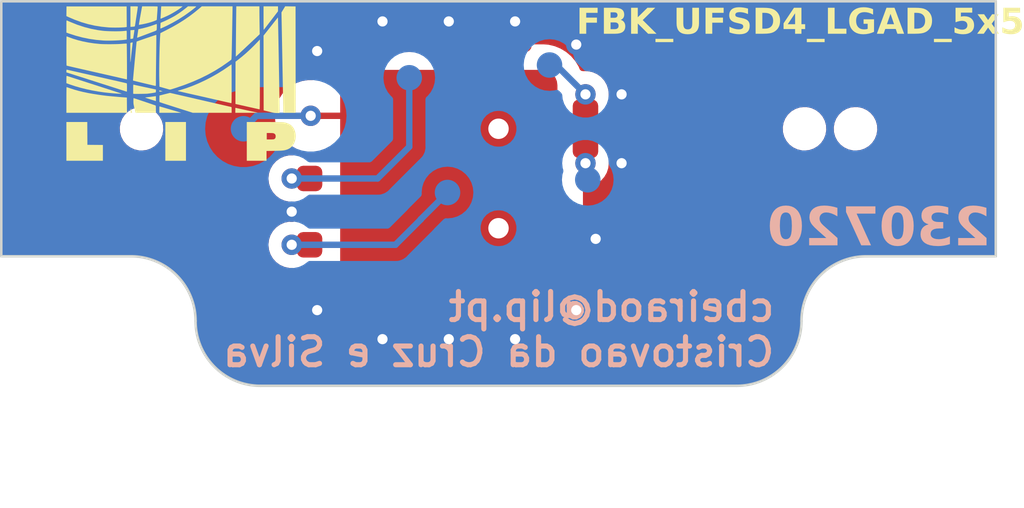
<source format=kicad_pcb>
(kicad_pcb (version 20221018) (generator pcbnew)
  (title_block (title "LGAD carrier board compatible with Chubut 2 for FBK UFSD4 5x5 devices") (date "2023-07-20") (company "LIP - Laboratorio de Instrumentacao e Fisica Experimental de Particulas") (comment 1 "Cristovao Beirao da Cruz e Silva") (comment 4 "AISLER Project ID: GYSKJKBD") (comment 5 "Cristovao Project ID: HQWHPOSR") (comment 6 "LIP Project ID: GYSKJKBD"))
  (layers (0 "F.Cu" signal) (31 "B.Cu" signal) (34 "B.Paste" user) (35 "F.Paste" user) (36 "B.SilkS" user "B.Silkscreen") (37 "F.SilkS" user "F.Silkscreen") (38 "B.Mask" user) (39 "F.Mask" user) (44 "Edge.Cuts" user))
  (property "board_name" "FBK_UFSD4_LGAD_5x5")
  (property "timestamp" "230720")
  (net 0 "")
  (net 1 "Net-(J7-Pin_1)")
  (net 2 "Net-(J10-Pin_1)")
  (net 3 "Net-(J11-Pin_1)")
  (net 4 "Net-(J12-Pin_1)")
  (net 5 "/HV")
  (net 6 "GND")
  (footprint "chubut:MILL-MAX_7625-0-00-15-00-00-03-0_alignment_hole" (layer "F.Cu") (at -14 0)
    (fp_text reference "H2" hide)
    (fp_text value "MountingHole")
    (pad "" np_thru_hole circle (at 0 0) (size 1.1 1.1) (drill 1.1) (layers "*.Cu"))
  )
  (footprint "chubut:FBK-UFSD4_5x5_Diagonal" (layer "F.Cu") (at 0 3.9)
    (fp_text reference "U1" hide)
    (fp_text value "LGAD_4CH_dual")
    (pad "" np_thru_hole circle (at 0 -3.9 90) (size 0.8 0.8) (drill 0.8) (layers "F&B.Cu"))
    (pad "" np_thru_hole circle (at 0 0 90) (size 0.8 0.8) (drill 0.8) (layers "F&B.Cu"))
    (pad "1" smd roundrect (at -1.95 -1.88) (size 8.52 8.66) (layers "F.Cu" "F.Mask") (roundrect_rratio 0.07042253521) (net 5 "/HV"))
    (pad "2" smd roundrect (at -1.95 -7.41) (size 6.5 1) (layers "F.Cu" "F.Mask") (net 6 "GND"))
    (pad "2" smd roundrect (at -1.95 3.65) (size 6.5 1) (layers "F.Cu" "F.Mask") (net 6 "GND"))
    (pad "3" smd roundrect (at -7.41 -1.95) (size 1 1) (layers "F.Cu" "F.Mask") (net 4 "Net-(J12-Pin_1)"))
    (pad "4" smd roundrect (at -7.41 0.65) (size 1 1) (layers "F.Cu" "F.Mask") (net 3 "Net-(J11-Pin_1)"))
    (pad "5" smd roundrect (at 3.41 -3.25) (size 1 1) (layers "F.Cu" "F.Mask") (net 2 "Net-(J10-Pin_1)"))
    (pad "6" smd roundrect (at 3.41 -4.55) (size 1 1) (layers "F.Cu" "F.Mask") (net 1 "Net-(J7-Pin_1)"))
  )
  (footprint "chubut:MILL-MAX_7625-0-00-15-00-00-03-0_alignment_hole" (layer "F.Cu") (at 14 0)
    (fp_text reference "H1" hide)
    (fp_text value "MountingHole")
    (pad "" np_thru_hole circle (at 0 0) (size 1.1 1.1) (drill 1.1) (layers "*.Cu"))
  )
  (footprint "chubut:MILL-MAX_7625-0-00-15-00-00-03-0_alignment_hole" (layer "F.Cu") (at 12 0)
    (fp_text reference "H5" hide)
    (fp_text value "MountingHole")
    (pad "" np_thru_hole circle (at 0 0) (size 1.1 1.1) (drill 1.1) (layers "*.Cu"))
  )
  (footprint "LOGO" (layer "F.Cu") (at -12.446 -1.778)
    (fp_text reference "G***" hide)
    (fp_text value "LOGO" hide)
    (fp_poly (pts (xy 0.189015 3.033239) (xy -0.621049 3.033239) (xy -0.621049 1.512119) (xy 0.189015 1.512119)) (fill solid) (layer "F.SilkS"))
    (fp_poly (pts (xy -3.679124 1.959904) (xy -3.67679 2.40769) (xy -3.373016 2.41006) (xy -3.069242 2.412429) (xy -3.069242 3.033239) (xy -4.500354 3.033239) (xy -4.500354 1.512119) (xy -3.681458 1.512119)) (fill solid) (layer "F.SilkS"))
    (fp_poly (pts (xy -1.970859 0.988623) (xy -1.96274 1.013611) (xy -1.952028 1.047292) (xy -1.945262 1.068834) (xy -1.919229 1.152091) (xy -1.980156 1.152091) (xy -1.979445 1.059833) (xy -1.978823 1.022714) (xy -1.977695 0.994517) (xy -1.976237 0.978533) (xy -1.975015 0.976577)) (fill solid) (layer "F.SilkS"))
    (fp_poly (pts (xy -0.795352 0.288369) (xy -0.757713 0.29971) (xy -0.736946 0.307567) (xy -0.732361 0.312419) (xy -0.74327 0.314744) (xy -0.75681 0.315124) (xy -0.787918 0.316787) (xy -0.820473 0.320664) (xy -0.821315 0.320802) (xy -0.843279 0.323522) (xy -0.852774 0.319518) (xy -0.855024 0.30539) (xy -0.855067 0.298836) (xy -0.855067 0.271292)) (fill solid) (layer "F.SilkS"))
    (fp_poly (pts (xy -1.833945 -2.096245) (xy -1.832049 -2.095776) (xy -1.832643 -2.086605) (xy -1.835618 -2.063042) (xy -1.840458 -2.028462) (xy -1.846642 -1.98624) (xy -1.853654 -1.93975) (xy -1.860974 -1.892367) (xy -1.868084 -1.847466) (xy -1.874465 -1.808421) (xy -1.8796 -1.778608) (xy -1.88297 -1.761399) (xy -1.883854 -1.758551) (xy -1.892989 -1.756639) (xy -1.914796 -1.753412) (xy -1.937403 -1.750469) (xy -1.989157 -1.744063) (xy -1.989157 -2.086035) (xy -1.912012 -2.092461) (xy -1.876912 -2.095023) (xy -1.84946 -2.096344)) (fill solid) (layer "F.SilkS"))
    (fp_poly (pts (xy -2.135326 -2.617151) (xy -2.132983 -2.214564) (xy -2.153327 -2.210018) (xy -2.186514 -2.204835) (xy -2.234861 -2.200343) (xy -2.295539 -2.196594) (xy -2.365715 -2.193642) (xy -2.442562 -2.19154) (xy -2.523248 -2.190341) (xy -2.604943 -2.1901) (xy -2.684818 -2.190869) (xy -2.760042 -2.192701) (xy -2.827785 -2.195649) (xy -2.848724 -2.196923) (xy -3.122026 -2.223381) (xy -3.390023 -2.266385) (xy -3.653898 -2.326238) (xy -3.914832 -2.403239) (xy -4.174008 -2.49769) (xy -4.385769 -2.588244) (xy -4.500701 -2.640647) (xy -4.498278 -2.830192) (xy -4.495854 -3.019738) (xy -2.137668 -3.019738)) (fill solid) (layer "F.SilkS"))
    (fp_poly (pts (xy -0.990078 0.595706) (xy -0.990272 0.635038) (xy -0.990796 0.666614) (xy -0.991567 0.686806) (xy -0.992328 0.692324) (xy -1.001164 0.689514) (xy -1.02477 0.682014) (xy -1.060758 0.670583) (xy -1.10674 0.655979) (xy -1.16033 0.63896) (xy -1.198976 0.626688) (xy -1.269805 0.604044) (xy -1.324696 0.586095) (xy -1.364945 0.572334) (xy -1.391846 0.562256) (xy -1.406697 0.555354) (xy -1.410793 0.551124) (xy -1.405428 0.549059) (xy -1.39886 0.548662) (xy -1.385128 0.547445) (xy -1.356403 0.544254) (xy -1.315547 0.53943) (xy -1.26542 0.533313) (xy -1.208881 0.526244) (xy -1.185844 0.523319) (xy -0.990078 0.498358)) (fill solid) (layer "F.SilkS"))
    (fp_poly (pts (xy 3.798299 -2.828782) (xy 3.736921 -2.748746) (xy 3.652023 -2.638047) (xy 3.577405 -2.540765) (xy 3.512396 -2.456028) (xy 3.456324 -2.382965) (xy 3.408518 -2.320705) (xy 3.368309 -2.268377) (xy 3.335024 -2.225108) (xy 3.307993 -2.190028) (xy 3.286545 -2.162266) (xy 3.270009 -2.14095) (xy 3.257715 -2.125209) (xy 3.248991 -2.114172) (xy 3.243166 -2.106967) (xy 3.23957 -2.102723) (xy 3.239026 -2.102115) (xy 3.237485 -2.109116) (xy 3.236055 -2.132597) (xy 3.234763 -2.171039) (xy 3.233634 -2.222921) (xy 3.232693 -2.286723) (xy 3.231968 -2.360925) (xy 3.231483 -2.444007) (xy 3.231264 -2.534449) (xy 3.231254 -2.558901) (xy 3.231254 -3.024238) (xy 3.798299 -3.024238)) (fill solid) (layer "F.SilkS"))
    (fp_poly (pts (xy -1.902753 -1.60873) (xy -1.902724 -1.599099) (xy -1.904693 -1.574077) (xy -1.908408 -1.536129) (xy -1.913616 -1.487725) (xy -1.920066 -1.431331) (xy -1.925573 -1.385224) (xy -1.934204 -1.31268) (xy -1.943079 -1.235375) (xy -1.951616 -1.158572) (xy -1.959233 -1.087535) (xy -1.965348 -1.027527) (xy -1.966791 -1.01258) (xy -1.973002 -0.948745) (xy -1.978284 -0.898652) (xy -1.982703 -0.862709) (xy -1.986326 -0.841321) (xy -1.98922 -0.834895) (xy -1.991452 -0.843837) (xy -1.993089 -0.868553) (xy -1.994198 -0.90945) (xy -1.994845 -0.966935) (xy -1.995098 -1.041413) (xy -1.995023 -1.133291) (xy -1.994891 -1.183294) (xy -1.993657 -1.588026) (xy -1.950142 -1.600315) (xy -1.924519 -1.606649) (xy -1.906978 -1.6093)) (fill solid) (layer "F.SilkS"))
    (fp_poly (pts (xy -1.796769 -3.023836) (xy -1.754512 -3.022725) (xy -1.722038 -3.021048) (xy -1.702478 -3.018949) (xy -1.698201 -3.017488) (xy -1.69856 -3.00725) (xy -1.701465 -2.981431) (xy -1.706612 -2.942223) (xy -1.713697 -2.891817) (xy -1.722417 -2.832407) (xy -1.732466 -2.766186) (xy -1.737815 -2.731715) (xy -1.749452 -2.656985) (xy -1.760945 -2.582686) (xy -1.771786 -2.512134) (xy -1.781468 -2.448642) (xy -1.789484 -2.395526) (xy -1.795327 -2.3561) (xy -1.79633 -2.349185) (xy -1.802917 -2.30748) (xy -1.809582 -2.272166) (xy -1.815512 -2.247171) (xy -1.819612 -2.236676) (xy -1.831861 -2.232186) (xy -1.857503 -2.227823) (xy -1.891937 -2.224285) (xy -1.908585 -2.223175) (xy -1.989183 -2.218675) (xy -1.98917 -2.621456) (xy -1.989157 -3.024238) (xy -1.845677 -3.024238)) (fill solid) (layer "F.SilkS"))
    (fp_poly (pts (xy -0.361214 -3.023872) (xy 0.058504 -3.023506) (xy 0.027002 -2.99634) (xy -0.016071 -2.96214) (xy -0.072241 -2.922037) (xy -0.138399 -2.877969) (xy -0.211436 -2.831874) (xy -0.288245 -2.785689) (xy -0.365718 -2.741351) (xy -0.440745 -2.700798) (xy -0.476842 -2.682309) (xy -0.515509 -2.663443) (xy -0.560632 -2.642249) (xy -0.609222 -2.620037) (xy -0.65829 -2.598119) (xy -0.704848 -2.577804) (xy -0.745906 -2.560403) (xy -0.778475 -2.547226) (xy -0.799568 -2.539584) (xy -0.805535 -2.5382) (xy -0.808018 -2.546382) (xy -0.808478 -2.567864) (xy -0.806822 -2.598047) (xy -0.806746 -2.598955) (xy -0.804194 -2.633457) (xy -0.80131 -2.679314) (xy -0.798493 -2.729893) (xy -0.796627 -2.767718) (xy -0.794065 -2.819488) (xy -0.791093 -2.873617) (xy -0.788138 -2.922588) (xy -0.786292 -2.949982) (xy -0.780933 -3.024238)) (fill solid) (layer "F.SilkS"))
    (fp_poly (pts (xy 2.139918 0.957499) (xy 2.151673 0.960295) (xy 2.179228 0.966502) (xy 2.220789 0.975725) (xy 2.274562 0.987572) (xy 2.338753 1.001647) (xy 2.411566 1.017555) (xy 2.491208 1.034904) (xy 2.574203 1.052932) (xy 2.658514 1.071254) (xy 2.737519 1.088482) (xy 2.809462 1.10423) (xy 2.872585 1.11811) (xy 2.925132 1.129735) (xy 2.965346 1.138717) (xy 2.991469 1.144668) (xy 3.001736 1.147199) (xy 2.994831 1.147896) (xy 2.971596 1.148574) (xy 2.933701 1.149218) (xy 2.882817 1.149811) (xy 2.820615 1.150337) (xy 2.748767 1.15078) (xy 2.668942 1.151124) (xy 2.582812 1.151353) (xy 2.567452 1.15138) (xy 2.124167 1.152091) (xy 2.124167 1.052476) (xy 2.124403 1.009009) (xy 2.125432 0.980635) (xy 2.127736 0.964449) (xy 2.131797 0.957546) (xy 2.138096 0.957021)) (fill solid) (layer "F.SilkS"))
    (fp_poly (pts (xy -0.839959 0.902494) (xy -0.815976 0.909139) (xy -0.78133 0.919071) (xy -0.739314 0.931355) (xy -0.726228 0.935221) (xy -0.688232 0.946423) (xy -0.636079 0.961721) (xy -0.572903 0.980202) (xy -0.501836 1.000951) (xy -0.426011 1.023051) (xy -0.348562 1.045589) (xy -0.306024 1.05795) (xy -0.235562 1.078477) (xy -0.170731 1.09748) (xy -0.113525 1.114366) (xy -0.065936 1.128541) (xy -0.029958 1.139413) (xy -0.007584 1.146387) (xy -0.00075 1.14881) (xy -0.008693 1.149467) (xy -0.032912 1.15008) (xy -0.071682 1.150635) (xy -0.123278 1.151121) (xy -0.185975 1.151522) (xy -0.258048 1.151826) (xy -0.337773 1.15202) (xy -0.423423 1.152091) (xy -0.855067 1.152091) (xy -0.855067 1.026081) (xy -0.854726 0.980793) (xy -0.853789 0.942726) (xy -0.852386 0.9151) (xy -0.850647 0.901135) (xy -0.849988 0.900071)) (fill solid) (layer "F.SilkS"))
    (fp_poly (pts (xy 3.069253 -2.859975) (xy 3.069403 -2.813868) (xy 3.069827 -2.752833) (xy 3.07049 -2.67994) (xy 3.071361 -2.598259) (xy 3.072405 -2.510861) (xy 3.073589 -2.420817) (xy 3.074881 -2.331196) (xy 3.075156 -2.313182) (xy 3.081048 -1.930652) (xy 2.632286 -1.507619) (xy 2.556302 -1.436033) (xy 2.483786 -1.367799) (xy 2.415862 -1.303967) (xy 2.353651 -1.245587) (xy 2.298276 -1.19371) (xy 2.250857 -1.149386) (xy 2.212519 -1.113667) (xy 2.184382 -1.087602) (xy 2.167568 -1.072242) (xy 2.163469 -1.068671) (xy 2.143414 -1.052756) (xy 2.147477 -1.604213) (xy 2.148371 -1.719917) (xy 2.149407 -1.844284) (xy 2.150551 -1.973641) (xy 2.151766 -2.104315) (xy 2.153017 -2.232635) (xy 2.15427 -2.354928) (xy 2.155489 -2.467521) (xy 2.156638 -2.566743) (xy 2.156922 -2.589954) (xy 2.162305 -3.024238) (xy 3.069242 -3.024238)) (fill solid) (layer "F.SilkS"))
    (fp_poly (pts (xy 4.486853 -3.019738) (xy 4.489122 -0.933823) (xy 4.491392 1.152091) (xy 4.005315 1.152091) (xy 4.00544 1.095836) (xy 4.00529 1.08011) (xy 4.00482 1.047488) (xy 4.004051 0.999071) (xy 4.003002 0.935961) (xy 4.001693 0.85926) (xy 4.000142 0.77007) (xy 3.998369 0.669492) (xy 3.996395 0.558629) (xy 3.994238 0.438582) (xy 3.991917 0.310453) (xy 3.989453 0.175344) (xy 3.986864 0.034356) (xy 3.984171 -0.111408) (xy 3.982981 -0.175514) (xy 3.979965 -0.337793) (xy 3.976851 -0.505326) (xy 3.973678 -0.676112) (xy 3.970482 -0.848146) (xy 3.9673 -1.019427) (xy 3.964169 -1.187951) (xy 3.961127 -1.351717) (xy 3.958212 -1.50872) (xy 3.955459 -1.656959) (xy 3.952906 -1.794431) (xy 3.950591 -1.919134) (xy 3.948551 -2.029063) (xy 3.947456 -2.088077) (xy 3.934516 -2.785545) (xy 4.007058 -2.905058) (xy 4.079599 -3.02457)) (fill solid) (layer "F.SilkS"))
    (fp_poly (pts (xy -1.854695 0.578842) (xy -1.828976 0.586784) (xy -1.790241 0.599199) (xy -1.74049 0.615414) (xy -1.681724 0.634759) (xy -1.615944 0.65656) (xy -1.545148 0.680146) (xy -1.471338 0.704844) (xy -1.396514 0.729983) (xy -1.322677 0.75489) (xy -1.251826 0.778893) (xy -1.185961 0.80132) (xy -1.127084 0.8215) (xy -1.077194 0.838758) (xy -1.038291 0.852425) (xy -1.012377 0.861827) (xy -1.001451 0.866293) (xy -1.001329 0.866379) (xy -0.996578 0.876243) (xy -0.993221 0.898282) (xy -0.991129 0.93418) (xy -0.990172 0.985624) (xy -0.990078 1.013682) (xy -0.990078 1.152091) (xy -1.787108 1.152091) (xy -1.829835 0.978827) (xy -1.844758 0.91756) (xy -1.85574 0.869686) (xy -1.863376 0.831178) (xy -1.868261 0.798009) (xy -1.870989 0.766151) (xy -1.872155 0.731577) (xy -1.872355 0.690804) (xy -1.871781 0.647728) (xy -1.87036 0.612026) (xy -1.868296 0.587073) (xy -1.865795 0.576243) (xy -1.865398 0.576045)) (fill solid) (layer "F.SilkS"))
    (fp_poly (pts (xy -4.483246 0.146901) (xy -4.458866 0.154717) (xy -4.423428 0.16653) (xy -4.379893 0.181356) (xy -4.345155 0.193358) (xy -4.187987 0.244422) (xy -4.021948 0.291321) (xy -3.845423 0.334405) (xy -3.656797 0.374027) (xy -3.454456 0.410534) (xy -3.236784 0.444279) (xy -3.105245 0.46241) (xy -3.048556 0.469813) (xy -2.994406 0.476723) (xy -2.946769 0.482644) (xy -2.909617 0.487083) (xy -2.889228 0.489322) (xy -2.816456 0.49636) (xy -2.733949 0.504049) (xy -2.645846 0.512026) (xy -2.556286 0.51993) (xy -2.469409 0.527398) (xy -2.389355 0.534067) (xy -2.320263 0.539577) (xy -2.28168 0.542474) (xy -2.128668 0.553544) (xy -2.126296 0.852817) (xy -2.123925 1.152091) (xy -4.500354 1.152091) (xy -4.500354 0.648051) (xy -4.500238 0.554671) (xy -4.499901 0.466903) (xy -4.499367 0.386358) (xy -4.498656 0.314644) (xy -4.49779 0.253373) (xy -4.496791 0.204155) (xy -4.495681 0.168598) (xy -4.49448 0.148314) (xy -4.493604 0.144064)) (fill solid) (layer "F.SilkS"))
    (fp_poly (pts (xy 0.75074 0.644152) (xy 0.894056 0.677142) (xy 1.032727 0.709064) (xy 1.165722 0.739682) (xy 1.292008 0.768757) (xy 1.410554 0.796052) (xy 1.520328 0.821329) (xy 1.620299 0.844351) (xy 1.709435 0.864881) (xy 1.786704 0.88268) (xy 1.851075 0.897511) (xy 1.901515 0.909136) (xy 1.936993 0.917318) (xy 1.956478 0.921819) (xy 1.959904 0.922617) (xy 1.968308 0.925376) (xy 1.973992 0.930991) (xy 1.977489 0.94253) (xy 1.979328 0.963062) (xy 1.98004 0.995657) (xy 1.980156 1.039753) (xy 1.980156 1.152091) (xy 0.454536 1.151361) (xy -0.192646 0.945129) (xy -0.296582 0.911939) (xy -0.39556 0.880197) (xy -0.488235 0.850343) (xy -0.573263 0.822816) (xy -0.649299 0.798055) (xy -0.715 0.7765) (xy -0.769021 0.758591) (xy -0.810018 0.744766) (xy -0.836646 0.735466) (xy -0.847561 0.731129) (xy -0.847712 0.731013) (xy -0.850404 0.719575) (xy -0.85233 0.693659) (xy -0.853347 0.656776) (xy -0.853314 0.612439) (xy -0.853081 0.598383) (xy -0.850567 0.473638) (xy -0.64437 0.422062) (xy -0.438173 0.370487)) (fill solid) (layer "F.SilkS"))
    (fp_poly (pts (xy -1.859105 0.049953) (xy -1.832446 0.056018) (xy -1.791657 0.065095) (xy -1.738474 0.076802) (xy -1.674631 0.09076) (xy -1.601866 0.106587) (xy -1.521914 0.123902) (xy -1.43651 0.142327) (xy -1.424362 0.144942) (xy -0.990078 0.238405) (xy -0.990078 0.294545) (xy -0.990708 0.325619) (xy -0.993593 0.343188) (xy -1.000224 0.351731) (xy -1.01033 0.355336) (xy -1.037561 0.360794) (xy -1.077 0.367726) (xy -1.12301 0.375235) (xy -1.169955 0.382422) (xy -1.212197 0.388389) (xy -1.237598 0.391546) (xy -1.270962 0.395555) (xy -1.300165 0.399531) (xy -1.314104 0.401769) (xy -1.330455 0.403224) (xy -1.361769 0.404634) (xy -1.405118 0.405963) (xy -1.457576 0.407177) (xy -1.516215 0.408241) (xy -1.578108 0.409119) (xy -1.640329 0.409778) (xy -1.699951 0.410182) (xy -1.754047 0.410297) (xy -1.79969 0.410086) (xy -1.833953 0.409517) (xy -1.853909 0.408553) (xy -1.856396 0.408233) (xy -1.881148 0.403836) (xy -1.881148 0.223457) (xy -1.880909 0.159723) (xy -1.880114 0.112176) (xy -1.878649 0.079009) (xy -1.876397 0.058413) (xy -1.873243 0.048578) (xy -1.869897 0.047278)) (fill solid) (layer "F.SilkS"))
    (fp_poly (pts (xy 3.087243 -0.352266) (xy 3.087216 -0.162239) (xy 3.087133 0.010504) (xy 3.086987 0.166679) (xy 3.086772 0.307004) (xy 3.086483 0.432196) (xy 3.086114 0.542971) (xy 3.085658 0.640046) (xy 3.085109 0.724139) (xy 3.084463 0.795966) (xy 3.083713 0.856245) (xy 3.082853 0.905692) (xy 3.081877 0.945025) (xy 3.080779 0.974959) (xy 3.079553 0.996213) (xy 3.078195 1.009504) (xy 3.076697 1.015547) (xy 3.075992 1.016096) (xy 3.065294 1.013988) (xy 3.038696 1.008296) (xy 2.99786 0.999385) (xy 2.944449 0.987624) (xy 2.880126 0.973381) (xy 2.806551 0.957022) (xy 2.725389 0.938917) (xy 2.6383 0.919431) (xy 2.596704 0.910105) (xy 2.128667 0.805099) (xy 2.128745 0.555561) (xy 2.128795 0.500523) (xy 2.128913 0.429982) (xy 2.129091 0.34644) (xy 2.129323 0.252395) (xy 2.129602 0.150346) (xy 2.129921 0.042795) (xy 2.130273 -0.06776) (xy 2.130652 -0.17882) (xy 2.130995 -0.273172) (xy 2.133168 -0.852369) (xy 2.221944 -0.92074) (xy 2.391072 -1.055651) (xy 2.554719 -1.195973) (xy 2.716362 -1.344859) (xy 2.879477 -1.505463) (xy 2.972484 -1.601404) (xy 3.087243 -1.721611)) (fill solid) (layer "F.SilkS"))
    (fp_poly (pts (xy -0.956649 -2.322867) (xy -0.954988 -2.300606) (xy -0.95417 -2.26843) (xy -0.954143 -2.230373) (xy -0.954854 -2.190465) (xy -0.956254 -2.152737) (xy -0.95829 -2.121221) (xy -0.960911 -2.099949) (xy -0.962221 -2.094914) (xy -0.96909 -2.084478) (xy -0.983245 -2.073832) (xy -1.007318 -2.061589) (xy -1.043939 -2.046362) (xy -1.08148 -2.032053) (xy -1.118957 -2.018029) (xy -1.169951 -1.998878) (xy -1.231147 -1.975849) (xy -1.299227 -1.950191) (xy -1.370875 -1.923153) (xy -1.442775 -1.895985) (xy -1.456276 -1.890878) (xy -1.521203 -1.866369) (xy -1.58059 -1.844044) (xy -1.632381 -1.82467) (xy -1.674522 -1.809011) (xy -1.704956 -1.797833) (xy -1.721628 -1.791901) (xy -1.724154 -1.791141) (xy -1.72562 -1.798983) (xy -1.724039 -1.818463) (xy -1.723119 -1.824894) (xy -1.719959 -1.845802) (xy -1.714825 -1.880337) (xy -1.708336 -1.924314) (xy -1.701112 -1.973545) (xy -1.698261 -1.993044) (xy -1.678632 -2.127441) (xy -1.558572 -2.152218) (xy -1.440811 -2.179346) (xy -1.314562 -2.213498) (xy -1.186898 -2.252646) (xy -1.077169 -2.290281) (xy -1.035148 -2.305381) (xy -0.999433 -2.317966) (xy -0.973311 -2.326896) (xy -0.960069 -2.33103) (xy -0.959203 -2.331184)) (fill solid) (layer "F.SilkS"))
    (fp_poly (pts (xy 0.487501 -3.023808) (xy 0.533402 -3.022593) (xy 0.567615 -3.02071) (xy 0.587884 -3.018275) (xy 0.592547 -3.016014) (xy 0.583478 -3.005373) (xy 0.561257 -2.985295) (xy 0.527297 -2.956924) (xy 0.483009 -2.921402) (xy 0.429807 -2.879872) (xy 0.369103 -2.833478) (xy 0.337526 -2.809674) (xy 0.12695 -2.659997) (xy -0.096305 -2.517041) (xy -0.327325 -2.383704) (xy -0.561197 -2.262885) (xy -0.696849 -2.199403) (xy -0.73737 -2.181408) (xy -0.771951 -2.166463) (xy -0.797307 -2.155958) (xy -0.810149 -2.151284) (xy -0.810868 -2.151169) (xy -0.813128 -2.159571) (xy -0.814298 -2.182439) (xy -0.814304 -2.216265) (xy -0.813098 -2.256928) (xy -0.81111 -2.299276) (xy -0.809065 -2.335229) (xy -0.807211 -2.36085) (xy -0.805857 -2.372014) (xy -0.796819 -2.378964) (xy -0.77454 -2.39045) (xy -0.742644 -2.40472) (xy -0.714327 -2.416298) (xy -0.659388 -2.439484) (xy -0.593119 -2.469922) (xy -0.519588 -2.505535) (xy -0.442862 -2.544248) (xy -0.367007 -2.583986) (xy -0.29609 -2.622671) (xy -0.234179 -2.658229) (xy -0.202516 -2.677533) (xy -0.066718 -2.766815) (xy 0.063417 -2.860033) (xy 0.177147 -2.948997) (xy 0.268788 -3.024238) (xy 0.432168 -3.024238)) (fill solid) (layer "F.SilkS"))
    (fp_poly (pts (xy -1.157172 -3.024033) (xy -1.091263 -3.023452) (xy -1.033354 -3.022544) (xy -0.98557 -3.021357) (xy -0.950036 -3.019943) (xy -0.928877 -3.018349) (xy -0.92375 -3.017143) (xy -0.923205 -3.006623) (xy -0.923891 -2.980556) (xy -0.925683 -2.941341) (xy -0.92846 -2.891382) (xy -0.932097 -2.833079) (xy -0.936472 -2.768835) (xy -0.936576 -2.767373) (xy -0.941152 -2.702209) (xy -0.945282 -2.642199) (xy -0.948794 -2.58991) (xy -0.95152 -2.54791) (xy -0.953289 -2.518765) (xy -0.953931 -2.505114) (xy -0.956372 -2.495585) (xy -0.965361 -2.48641) (xy -0.983627 -2.475985) (xy -1.013897 -2.462703) (xy -1.050833 -2.448073) (xy -1.151301 -2.412705) (xy -1.264172 -2.379099) (xy -1.383852 -2.348693) (xy -1.504746 -2.322924) (xy -1.605376 -2.305574) (xy -1.65813 -2.297592) (xy -1.652325 -2.341354) (xy -1.649511 -2.359478) (xy -1.643982 -2.39251) (xy -1.636197 -2.43785) (xy -1.62662 -2.4929) (xy -1.615713 -2.555063) (xy -1.603938 -2.621739) (xy -1.591756 -2.690332) (xy -1.57963 -2.758242) (xy -1.568023 -2.822871) (xy -1.557396 -2.881621) (xy -1.548211 -2.931893) (xy -1.540931 -2.97109) (xy -1.536018 -2.996612) (xy -1.534468 -3.003986) (xy -1.529778 -3.024238) (xy -1.228957 -3.024238)) (fill solid) (layer "F.SilkS"))
    (fp_poly (pts (xy -4.477478 -2.467566) (xy -4.452272 -2.456701) (xy -4.416414 -2.441192) (xy -4.372832 -2.422306) (xy -4.333841 -2.405385) (xy -4.069551 -2.300025) (xy -3.802774 -2.212374) (xy -3.533723 -2.142489) (xy -3.26261 -2.090428) (xy -3.073742 -2.064848) (xy -3.006435 -2.058703) (xy -2.925145 -2.053583) (xy -2.833868 -2.049556) (xy -2.736598 -2.046693) (xy -2.637328 -2.045065) (xy -2.540054 -2.044742) (xy -2.448769 -2.045794) (xy -2.367469 -2.048292) (xy -2.311613 -2.051428) (xy -2.261026 -2.055287) (xy -2.215969 -2.059115) (xy -2.179852 -2.062593) (xy -2.156089 -2.0654) (xy -2.148919 -2.066703) (xy -2.143495 -2.067172) (xy -2.139478 -2.063396) (xy -2.136658 -2.053111) (xy -2.134826 -2.034054) (xy -2.133773 -2.003961) (xy -2.13329 -1.960572) (xy -2.133169 -1.901621) (xy -2.133168 -1.896278) (xy -2.133168 -1.721179) (xy -2.171421 -1.71566) (xy -2.252231 -1.705786) (xy -2.347063 -1.697176) (xy -2.451972 -1.689973) (xy -2.563014 -1.684324) (xy -2.676244 -1.680374) (xy -2.787718 -1.678265) (xy -2.89349 -1.678145) (xy -2.989617 -1.680157) (xy -3.054411 -1.683241) (xy -3.332042 -1.707917) (xy -3.601844 -1.746935) (xy -3.867166 -1.800977) (xy -4.13136 -1.87073) (xy -4.397775 -1.956877) (xy -4.403597 -1.95893) (xy -4.500354 -1.993111) (xy -4.500354 -2.235116) (xy -4.500186 -2.310116) (xy -4.499628 -2.368724) (xy -4.498606 -2.412546) (xy -4.497043 -2.443187) (xy -4.494862 -2.462254) (xy -4.491989 -2.471354) (xy -4.489104 -2.472521)) (fill solid) (layer "F.SilkS"))
    (fp_poly (pts (xy -4.481469 -0.294338) (xy -4.456271 -0.286796) (xy -4.418901 -0.275169) (xy -4.371819 -0.26023) (xy -4.31749 -0.242751) (xy -4.278263 -0.230004) (xy -4.240168 -0.217613) (xy -4.186466 -0.2002) (xy -4.118686 -0.178258) (xy -4.038355 -0.152282) (xy -3.947003 -0.122764) (xy -3.846158 -0.090198) (xy -3.737349 -0.055078) (xy -3.622104 -0.017897) (xy -3.501951 0.020851) (xy -3.37842 0.060672) (xy -3.253038 0.101074) (xy -3.204965 0.11656) (xy -3.08447 0.155406) (xy -2.968839 0.192747) (xy -2.85922 0.228209) (xy -2.756762 0.261418) (xy -2.662615 0.291999) (xy -2.577926 0.319578) (xy -2.503845 0.34378) (xy -2.441521 0.364231) (xy -2.392102 0.380556) (xy -2.356737 0.392381) (xy -2.336574 0.399331) (xy -2.33213 0.401085) (xy -2.337782 0.403167) (xy -2.357321 0.404002) (xy -2.386666 0.403436) (xy -2.389922 0.403299) (xy -2.431434 0.401458) (xy -2.474417 0.399536) (xy -2.502197 0.398281) (xy -2.551318 0.395425) (xy -2.61411 0.390827) (xy -2.686369 0.384875) (xy -2.763888 0.377953) (xy -2.842465 0.370445) (xy -2.917894 0.362738) (xy -2.98597 0.355216) (xy -3.028402 0.350089) (xy -3.25844 0.31679) (xy -3.489029 0.275428) (xy -3.716876 0.226791) (xy -3.938689 0.171671) (xy -4.151177 0.110856) (xy -4.351048 0.045137) (xy -4.4486 0.009401) (xy -4.500354 -0.010294) (xy -4.500354 -0.153659) (xy -4.499858 -0.204432) (xy -4.498471 -0.246617) (xy -4.496348 -0.277549) (xy -4.493645 -0.294562) (xy -4.49203 -0.297023)) (fill solid) (layer "F.SilkS"))
    (fp_poly (pts (xy 3.797288 -2.578354) (xy 3.798027 -2.552279) (xy 3.799032 -2.51028) (xy 3.800283 -2.453395) (xy 3.801763 -2.38266) (xy 3.803452 -2.299115) (xy 3.805334 -2.203795) (xy 3.807388 -2.097738) (xy 3.809596 -1.981983) (xy 3.811941 -1.857565) (xy 3.814404 -1.725524) (xy 3.816965 -1.586896) (xy 3.819607 -1.442718) (xy 3.822312 -1.294029) (xy 3.82506 -1.141865) (xy 3.827834 -0.987265) (xy 3.830615 -0.831265) (xy 3.833384 -0.674903) (xy 3.836123 -0.519217) (xy 3.838814 -0.365244) (xy 3.841438 -0.214022) (xy 3.843976 -0.066587) (xy 3.846411 0.076022) (xy 3.848723 0.212768) (xy 3.850895 0.342614) (xy 3.852907 0.464522) (xy 3.854742 0.577455) (xy 3.856381 0.680375) (xy 3.857805 0.772245) (xy 3.858996 0.852027) (xy 3.859936 0.918684) (xy 3.860605 0.971178) (xy 3.860987 1.008472) (xy 3.861071 1.023831) (xy 3.861304 1.161091) (xy 3.755546 1.160086) (xy 3.719893 1.159427) (xy 3.688352 1.157816) (xy 3.657588 1.154697) (xy 3.624264 1.149516) (xy 3.585045 1.141715) (xy 3.536594 1.130739) (xy 3.475577 1.116031) (xy 3.442771 1.107959) (xy 3.235755 1.056837) (xy 3.233515 -0.409905) (xy 3.231275 -1.876648) (xy 3.314521 -1.981162) (xy 3.340521 -2.013914) (xy 3.375576 -2.058237) (xy 3.417639 -2.111534) (xy 3.464661 -2.171205) (xy 3.514595 -2.234654) (xy 3.565393 -2.299281) (xy 3.595783 -2.337987) (xy 3.641523 -2.396088) (xy 3.6837 -2.449315) (xy 3.721048 -2.496098) (xy 3.752303 -2.534867) (xy 3.776199 -2.564053) (xy 3.791471 -2.582086) (xy 3.796832 -2.587467)) (fill solid) (layer "F.SilkS"))
    (fp_poly (pts (xy 3.260507 1.512397) (xy 3.377893 1.51256) (xy 3.489794 1.51294) (xy 3.594784 1.51352) (xy 3.691437 1.514284) (xy 3.778328 1.515214) (xy 3.854032 1.516293) (xy 3.917123 1.517504) (xy 3.966176 1.51883) (xy 3.999765 1.520253) (xy 4.014316 1.521421) (xy 4.090073 1.535937) (xy 4.165338 1.558865) (xy 4.233634 1.587984) (xy 4.272642 1.610091) (xy 4.339747 1.663974) (xy 4.395888 1.730978) (xy 4.440211 1.809329) (xy 4.471863 1.897255) (xy 4.489988 1.992982) (xy 4.494191 2.070163) (xy 4.486533 2.168998) (xy 4.464571 2.262309) (xy 4.42941 2.348307) (xy 4.382151 2.425204) (xy 4.323898 2.491211) (xy 4.255753 2.544541) (xy 4.17882 2.583405) (xy 4.177262 2.583999) (xy 4.13892 2.597784) (xy 4.101999 2.60914) (xy 4.064156 2.618337) (xy 4.023048 2.625642) (xy 3.976332 2.631325) (xy 3.921667 2.635653) (xy 3.85671 2.638895) (xy 3.779117 2.64132) (xy 3.686547 2.643196) (xy 3.656538 2.643676) (xy 3.348264 2.648391) (xy 3.348264 3.033239) (xy 2.574203 3.033239) (xy 2.574203 1.944153) (xy 3.357264 1.944153) (xy 3.357264 2.196173) (xy 3.492722 2.196173) (xy 3.550717 2.19569) (xy 3.593519 2.194083) (xy 3.623917 2.191118) (xy 3.644697 2.18656) (xy 3.654582 2.18252) (xy 3.684384 2.157334) (xy 3.702593 2.119538) (xy 3.708292 2.074663) (xy 3.701994 2.02678) (xy 3.682576 1.990658) (xy 3.649249 1.964944) (xy 3.64244 1.961645) (xy 3.623369 1.9544) (xy 3.60121 1.949451) (xy 3.572201 1.946395) (xy 3.532581 1.944828) (xy 3.481024 1.944351) (xy 3.357264 1.944153) (xy 2.574203 1.944153) (xy 2.574203 1.512119)) (fill solid) (layer "F.SilkS"))
    (fp_poly (pts (xy 1.976802 -0.738277) (xy 1.977373 -0.712804) (xy 1.97791 -0.671951) (xy 1.978406 -0.61703) (xy 1.978854 -0.549351) (xy 1.979247 -0.470226) (xy 1.979579 -0.380964) (xy 1.979841 -0.282876) (xy 1.980029 -0.177275) (xy 1.980134 -0.06547) (xy 1.980156 0.013501) (xy 1.98014 0.148233) (xy 1.980079 0.266086) (xy 1.979947 0.368184) (xy 1.979723 0.455649) (xy 1.979382 0.529604) (xy 1.978902 0.591173) (xy 1.97826 0.641478) (xy 1.977431 0.681643) (xy 1.976393 0.71279) (xy 1.975122 0.736042) (xy 1.973595 0.752522) (xy 1.971789 0.763353) (xy 1.969681 0.769658) (xy 1.967247 0.77256) (xy 1.964464 0.773182) (xy 1.964405 0.773179) (xy 1.953093 0.771066) (xy 1.925752 0.765268) (xy 1.883896 0.756123) (xy 1.829041 0.743969) (xy 1.762702 0.729146) (xy 1.686395 0.711993) (xy 1.601635 0.692849) (xy 1.509938 0.672053) (xy 1.412819 0.649944) (xy 1.381609 0.642821) (xy 1.265096 0.616234) (xy 1.139407 0.587581) (xy 1.008129 0.557679) (xy 0.874848 0.527345) (xy 0.743153 0.497393) (xy 0.616631 0.46864) (xy 0.498869 0.441902) (xy 0.393455 0.417996) (xy 0.351027 0.408385) (xy 0.261983 0.38818) (xy 0.177921 0.369025) (xy 0.100541 0.351312) (xy 0.031539 0.335434) (xy -0.027386 0.321784) (xy -0.074536 0.310754) (xy -0.108213 0.302735) (xy -0.126719 0.298122) (xy -0.129519 0.297309) (xy -0.131568 0.292636) (xy -0.117961 0.285324) (xy -0.087953 0.27505) (xy -0.057513 0.266127) (xy 0.186163 0.190528) (xy 0.434962 0.09988) (xy 0.68635 -0.004572) (xy 0.937795 -0.121584) (xy 1.186764 -0.249911) (xy 1.430724 -0.38831) (xy 1.667141 -0.535535) (xy 1.893484 -0.690343) (xy 1.901946 -0.696426) (xy 1.932474 -0.718136) (xy 1.957187 -0.73519) (xy 1.972714 -0.745291) (xy 1.976202 -0.747059)) (fill solid) (layer "F.SilkS"))
    (fp_poly (pts (xy 2.016116 -2.985985) (xy 2.015951 -2.972017) (xy 2.015482 -2.941251) (xy 2.014728 -2.894887) (xy 2.013712 -2.834126) (xy 2.012454 -2.760166) (xy 2.010974 -2.67421) (xy 2.009293 -2.577457) (xy 2.007433 -2.471107) (xy 2.005414 -2.35636) (xy 2.003256 -2.234417) (xy 2.000981 -2.106478) (xy 1.998609 -1.973744) (xy 1.998096 -1.945132) (xy 1.99528 -1.788868) (xy 1.992731 -1.649615) (xy 1.990415 -1.526384) (xy 1.988301 -1.418186) (xy 1.986355 -1.324033) (xy 1.984544 -1.242937) (xy 1.982836 -1.17391) (xy 1.981198 -1.115962) (xy 1.979596 -1.068106) (xy 1.977999 -1.029352) (xy 1.976372 -0.998713) (xy 1.974685 -0.9752) (xy 1.972902 -0.957824) (xy 1.970993 -0.945598) (xy 1.968924 -0.937532) (xy 1.966661 -0.932638) (xy 1.964386 -0.930092) (xy 1.951849 -0.92058) (xy 1.927739 -0.902622) (xy 1.895008 -0.878405) (xy 1.856609 -0.850117) (xy 1.836144 -0.835083) (xy 1.585565 -0.660994) (xy 1.322403 -0.497364) (xy 1.046189 -0.343967) (xy 0.756456 -0.200574) (xy 0.452733 -0.066961) (xy 0.134551 0.0571) (xy -0.198558 0.171836) (xy -0.337169 0.215502) (xy -0.379871 0.228485) (xy -0.410304 0.236591) (xy -0.433461 0.240055) (xy -0.454333 0.239113) (xy -0.477911 0.234001) (xy -0.509187 0.224954) (xy -0.513041 0.223809) (xy -0.542679 0.215179) (xy -0.584906 0.203101) (xy -0.634964 0.188929) (xy -0.68809 0.174013) (xy -0.711056 0.167605) (xy -0.850567 0.128765) (xy -0.858104 -0.162885) (xy -0.859833 -0.254117) (xy -0.860731 -0.358934) (xy -0.860846 -0.475042) (xy -0.860228 -0.600146) (xy -0.858927 -0.731949) (xy -0.856993 -0.868157) (xy -0.854474 -1.006474) (xy -0.851422 -1.144605) (xy -0.847885 -1.280254) (xy -0.843913 -1.411126) (xy -0.839556 -1.534925) (xy -0.834863 -1.649356) (xy -0.829885 -1.752124) (xy -0.82467 -1.840934) (xy -0.820574 -1.897745) (xy -0.814564 -1.972847) (xy -0.562544 -2.100913) (xy -0.319845 -2.229298) (xy -0.092531 -2.36023) (xy 0.121994 -2.495407) (xy 0.326327 -2.636532) (xy 0.523062 -2.785302) (xy 0.683852 -2.917) (xy 0.810299 -3.024238) (xy 2.016159 -3.024238)) (fill solid) (layer "F.SilkS"))
    (fp_poly (pts (xy -4.480651 -0.538109) (xy -4.454514 -0.532599) (xy -4.414741 -0.523943) (xy -4.363289 -0.512575) (xy -4.302115 -0.498928) (xy -4.233176 -0.483435) (xy -4.158428 -0.466528) (xy -4.142419 -0.462893) (xy -4.06229 -0.444695) (xy -3.983771 -0.42687) (xy -3.909516 -0.410021) (xy -3.842185 -0.39475) (xy -3.784435 -0.381661) (xy -3.738922 -0.371355) (xy -3.708304 -0.364436) (xy -3.708292 -0.364433) (xy -3.679495 -0.357922) (xy -3.635477 -0.347946) (xy -3.578566 -0.335034) (xy -3.511095 -0.319715) (xy -3.435393 -0.302519) (xy -3.353791 -0.283975) (xy -3.26862 -0.264611) (xy -3.213253 -0.25202) (xy -3.12702 -0.232411) (xy -3.042863 -0.213282) (xy -2.963113 -0.195164) (xy -2.890101 -0.178585) (xy -2.826155 -0.164074) (xy -2.773609 -0.152161) (xy -2.734791 -0.143374) (xy -2.718214 -0.139632) (xy -2.608289 -0.114812) (xy -2.506886 -0.091794) (xy -2.415142 -0.070842) (xy -2.334195 -0.052219) (xy -2.265183 -0.03619) (xy -2.209244 -0.02302) (xy -2.167515 -0.012973) (xy -2.141134 -0.006312) (xy -2.131314 -0.003354) (xy -2.12893 0.006513) (xy -2.127035 0.030577) (xy -2.125632 0.065406) (xy -2.124727 0.107566) (xy -2.124323 0.153624) (xy -2.124425 0.200146) (xy -2.125036 0.2437) (xy -2.12616 0.280851) (xy -2.127803 0.308168) (xy -2.129967 0.322215) (xy -2.130918 0.323361) (xy -2.140163 0.320583) (xy -2.165531 0.312631) (xy -2.206005 0.299831) (xy -2.260566 0.282506) (xy -2.328198 0.260982) (xy -2.407881 0.235584) (xy -2.498599 0.206636) (xy -2.599333 0.174463) (xy -2.709066 0.13939) (xy -2.82678 0.101742) (xy -2.951457 0.061844) (xy -3.082079 0.02002) (xy -3.217628 -0.023404) (xy -3.244756 -0.032098) (xy -3.382596 -0.076265) (xy -3.516634 -0.1192) (xy -3.645769 -0.16055) (xy -3.768898 -0.199964) (xy -3.88492 -0.237089) (xy -3.992733 -0.271573) (xy -4.091235 -0.303063) (xy -4.179324 -0.331207) (xy -4.255898 -0.355654) (xy -4.319855 -0.37605) (xy -4.370093 -0.392044) (xy -4.405511 -0.403283) (xy -4.425007 -0.409415) (xy -4.426099 -0.409752) (xy -4.500354 -0.432613) (xy -4.500354 -0.486328) (xy -4.498949 -0.515566) (xy -4.495241 -0.534825) (xy -4.491196 -0.540042)) (fill solid) (layer "F.SilkS"))
    (fp_poly (pts (xy -4.481253 -1.841975) (xy -4.458205 -1.833703) (xy -4.431623 -1.823271) (xy -4.249761 -1.756186) (xy -4.05407 -1.696773) (xy -3.84728 -1.645635) (xy -3.632118 -1.60338) (xy -3.411313 -1.570611) (xy -3.192089 -1.548285) (xy -3.12906 -1.544489) (xy -3.051507 -1.54168) (xy -2.962879 -1.539842) (xy -2.866626 -1.538956) (xy -2.766197 -1.539003) (xy -2.66504 -1.539965) (xy -2.566606 -1.541825) (xy -2.474344 -1.544564) (xy -2.391702 -1.548164) (xy -2.32213 -1.552607) (xy -2.31852 -1.552894) (xy -2.263728 -1.557005) (xy -2.21517 -1.560074) (xy -2.175658 -1.561969) (xy -2.148002 -1.56256) (xy -2.135014 -1.561716) (xy -2.134482 -1.561437) (xy -2.133613 -1.551865) (xy -2.132719 -1.525983) (xy -2.131812 -1.485481) (xy -2.130902 -1.43205) (xy -2.130001 -1.367381) (xy -2.129118 -1.293164) (xy -2.128266 -1.211091) (xy -2.127454 -1.122851) (xy -2.126695 -1.030137) (xy -2.125998 -0.934639) (xy -2.125375 -0.838047) (xy -2.124837 -0.742052) (xy -2.124395 -0.648346) (xy -2.124059 -0.558619) (xy -2.123841 -0.474561) (xy -2.123752 -0.397864) (xy -2.123802 -0.330218) (xy -2.124002 -0.273314) (xy -2.124364 -0.228843) (xy -2.124898 -0.198496) (xy -2.12557 -0.184329) (xy -2.128668 -0.157142) (xy -2.79022 -0.307985) (xy -2.914673 -0.336361) (xy -3.047812 -0.366716) (xy -3.186423 -0.398316) (xy -3.327296 -0.430431) (xy -3.467219 -0.462328) (xy -3.602982 -0.493275) (xy -3.731372 -0.522541) (xy -3.84918 -0.549392) (xy -3.953192 -0.573097) (xy -3.969236 -0.576753) (xy -4.062986 -0.598162) (xy -4.151497 -0.61846) (xy -4.233213 -0.637284) (xy -4.306575 -0.654271) (xy -4.370027 -0.669058) (xy -4.42201 -0.681283) (xy -4.460966 -0.690582) (xy -4.485338 -0.696593) (xy -4.493527 -0.698898) (xy -4.494885 -0.708434) (xy -4.496086 -0.734037) (xy -4.497133 -0.773866) (xy -4.498025 -0.82608) (xy -4.498764 -0.888837) (xy -4.499351 -0.960294) (xy -4.499788 -1.03861) (xy -4.500074 -1.121943) (xy -4.500211 -1.208451) (xy -4.5002 -1.296292) (xy -4.500042 -1.383625) (xy -4.499737 -1.468607) (xy -4.499288 -1.549397) (xy -4.498695 -1.624153) (xy -4.497959 -1.691033) (xy -4.49708 -1.748196) (xy -4.496061 -1.793798) (xy -4.494901 -1.826) (xy -4.493603 -1.842958) (xy -4.492906 -1.845145)) (fill solid) (layer "F.SilkS"))
    (fp_poly (pts (xy -0.975031 -1.905104) (xy -0.974314 -1.895472) (xy -0.973854 -1.869127) (xy -0.973641 -1.827358) (xy -0.973668 -1.77145) (xy -0.973928 -1.702691) (xy -0.974413 -1.622369) (xy -0.975115 -1.53177) (xy -0.976026 -1.432181) (xy -0.977139 -1.32489) (xy -0.978446 -1.211184) (xy -0.979891 -1.095998) (xy -0.98148 -0.971914) (xy -0.982992 -0.849146) (xy -0.98441 -0.729419) (xy -0.985715 -0.614455) (xy -0.986891 -0.505981) (xy -0.987918 -0.405718) (xy -0.988779 -0.315392) (xy -0.989457 -0.236727) (xy -0.989933 -0.171446) (xy -0.99019 -0.121274) (xy -0.99023 -0.096758) (xy -0.990275 -0.032457) (xy -0.990639 0.016034) (xy -0.991497 0.050905) (xy -0.993026 0.074347) (xy -0.995401 0.08855) (xy -0.998796 0.095706) (xy -1.003389 0.098004) (xy -1.005829 0.098041) (xy -1.017484 0.095803) (xy -1.044889 0.089753) (xy -1.086296 0.0803) (xy -1.139956 0.067852) (xy -1.204118 0.052817) (xy -1.277036 0.035603) (xy -1.356958 0.016619) (xy -1.442136 -0.003727) (xy -1.453615 -0.006477) (xy -1.53886 -0.026952) (xy -1.618652 -0.046199) (xy -1.691307 -0.063807) (xy -1.755138 -0.079363) (xy -1.808461 -0.092454) (xy -1.849592 -0.102669) (xy -1.876844 -0.109596) (xy -1.888532 -0.112821) (xy -1.888843 -0.112963) (xy -1.888617 -0.122213) (xy -1.88681 -0.147752) (xy -1.883565 -0.187951) (xy -1.879024 -0.241181) (xy -1.873332 -0.305813) (xy -1.86663 -0.380217) (xy -1.85906 -0.462764) (xy -1.850767 -0.551825) (xy -1.845358 -0.609242) (xy -1.835569 -0.712717) (xy -1.825448 -0.81972) (xy -1.815283 -0.927224) (xy -1.805359 -1.0322) (xy -1.795962 -1.131621) (xy -1.78738 -1.222458) (xy -1.779897 -1.301682) (xy -1.7738 -1.366267) (xy -1.773362 -1.370904) (xy -1.766905 -1.438337) (xy -1.760843 -1.499727) (xy -1.755411 -1.552853) (xy -1.750843 -1.595495) (xy -1.747372 -1.62543) (xy -1.745233 -1.640439) (xy -1.744842 -1.641756) (xy -1.734368 -1.64636) (xy -1.70918 -1.655864) (xy -1.671358 -1.669556) (xy -1.62298 -1.686725) (xy -1.566125 -1.706661) (xy -1.502871 -1.728651) (xy -1.435298 -1.751985) (xy -1.365484 -1.775952) (xy -1.295509 -1.79984) (xy -1.22745 -1.822939) (xy -1.163387 -1.844536) (xy -1.105398 -1.863922) (xy -1.055563 -1.880385) (xy -1.01596 -1.893213) (xy -0.988668 -1.901696) (xy -0.975765 -1.905122)) (fill solid) (layer "F.SilkS"))
  )
  (footprint "chubut:MILL-MAX_0965-0-15-20-80-14-11-0_contact" (layer "B.Cu") (at -5.5 0.5 180)
    (fp_text reference "J13" hide)
    (fp_text value "CH1")
    (pad "1" smd circle (at 0 0 180) (size 1 1) (layers "B.Cu" "B.Mask") (net 6 "GND"))
  )
  (footprint "chubut:MILL-MAX_0965-0-15-20-80-14-11-0_contact" (layer "B.Cu") (at 2 -2.5 180)
    (fp_text reference "J7" hide)
    (fp_text value "CH1")
    (pad "1" smd circle (at 0 0 180) (size 1 1) (layers "B.Cu" "B.Mask") (net 1 "Net-(J7-Pin_1)"))
  )
  (footprint "chubut:MILL-MAX_0965-0-15-20-80-14-11-0_contact" (layer "B.Cu") (at 5.5 -0.5 180)
    (fp_text reference "J14" hide)
    (fp_text value "CH1")
    (pad "1" smd circle (at 0 0 180) (size 1 1) (layers "B.Cu" "B.Mask") (net 6 "GND"))
  )
  (footprint "chubut:MILL-MAX_0965-0-15-20-80-14-11-0_contact" (layer "B.Cu") (at -3.5 -2 180)
    (fp_text reference "J12" hide)
    (fp_text value "CH1")
    (pad "1" smd circle (at 0 0 180) (size 1 1) (layers "B.Cu" "B.Mask") (net 4 "Net-(J12-Pin_1)"))
  )
  (footprint "chubut:MILL-MAX_0965-0-15-20-80-14-11-0_contact" (layer "B.Cu") (at -10 0 180)
    (fp_text reference "J9" hide)
    (fp_text value "HV")
    (pad "1" smd circle (at 0 0 180) (size 1 1) (layers "B.Cu" "B.Mask") (net 5 "/HV"))
  )
  (footprint "chubut:MILL-MAX_0965-0-15-20-80-14-11-0_contact" (layer "B.Cu") (at -2 2.5 180)
    (fp_text reference "J11" hide)
    (fp_text value "CH1")
    (pad "1" smd circle (at 0 0 180) (size 1 1) (layers "B.Cu" "B.Mask") (net 3 "Net-(J11-Pin_1)"))
  )
  (footprint "chubut:MILL-MAX_0965-0-15-20-80-14-11-0_contact" (layer "B.Cu") (at 3.5 2 180)
    (fp_text reference "J10" hide)
    (fp_text value "CH1")
    (pad "1" smd circle (at 0 0 180) (size 1 1) (layers "B.Cu" "B.Mask") (net 2 "Net-(J10-Pin_1)"))
  )
  (gr_arc (start -14.42 5) (mid -12.623949 5.743949) (end -11.88 7.54) (stroke (width 0.1)) (layer "Edge.Cuts"))
  (gr_arc (start 11.88 7.54) (mid 11.136051 9.336051) (end 9.34 10.08) (stroke (width 0.1)) (layer "Edge.Cuts"))
  (gr_line (start 19.5 5) (end 14.42 5) (stroke (width 0.1)) (layer "Edge.Cuts"))
  (gr_line (start 19.5 -5) (end 19.5 5) (stroke (width 0.1)) (layer "Edge.Cuts"))
  (gr_arc (start -9.34 10.08) (mid -11.136051 9.336051) (end -11.88 7.54) (stroke (width 0.1)) (layer "Edge.Cuts"))
  (gr_arc (start 11.88 7.54) (mid 12.623949 5.743949) (end 14.42 5) (stroke (width 0.1)) (layer "Edge.Cuts"))
  (gr_line (start -9.34 10.08) (end 9.34 10.08) (stroke (width 0.1)) (layer "Edge.Cuts"))
  (gr_line (start 19.5 -5) (end -19.5 -5) (stroke (width 0.1)) (layer "Edge.Cuts"))
  (gr_line (start -19.5 5) (end -19.5 -5) (stroke (width 0.1)) (layer "Edge.Cuts"))
  (gr_line (start -19.5 5) (end -14.42 5) (stroke (width 0.1)) (layer "Edge.Cuts"))
  (gr_text "cbeiraod@lip.pt\nCristovao da Cruz e Silva" (at 10.922 9.398) (layer "B.SilkS") (effects (font (size 1.1 1.1) (thickness 0.2) bold) (justify left bottom mirror)))
  (gr_text "${timestamp}" (at 19.304 4.826) (layer "B.SilkS") (effects (font (size 1.5 1.5) (thickness 0.3) bold) (justify left bottom mirror)))
  (gr_text "${board_name}" (at 3.048 -3.556) (layer "F.SilkS") (effects (font (size 1 1) (thickness 0.25) bold) (justify left bottom)))
  (via (at 3.41 -1.35) (size 0.8) (drill 0.4) (layers "F.Cu" "B.Cu") (net 1))
  (segment (start 2.26 -2.5) (end 3.41 -1.35) (width 0.25) (layer "B.Cu") (net 1))
  (segment (start 2 -2.5) (end 2.26 -2.5) (width 0.25) (layer "B.Cu") (net 1))
  (via (at 3.41 1.35) (size 0.8) (drill 0.4) (layers "F.Cu" "B.Cu") (net 2))
  (via (at -8.11 4.55) (size 0.8) (drill 0.4) (layers "F.Cu" "B.Cu") (net 3))
  (segment (start -4.042 4.55) (end -3.048 3.556) (width 0.25) (layer "B.Cu") (net 3))
  (segment (start -3.048 3.556) (end -3.048 3.548) (width 0.25) (layer "B.Cu") (net 3))
  (segment (start -8.11 4.55) (end -4.042 4.55) (width 0.25) (layer "B.Cu") (net 3))
  (segment (start -3.048 3.548) (end -2 2.5) (width 0.25) (layer "B.Cu") (net 3))
  (via (at -8.11 1.95) (size 0.8) (drill 0.4) (layers "F.Cu" "B.Cu") (net 4))
  (segment (start -8.11 1.95) (end -4.744 1.95) (width 0.25) (layer "B.Cu") (net 4))
  (segment (start -4.744 1.95) (end -3.5 0.706) (width 0.25) (layer "B.Cu") (net 4))
  (segment (start -3.5 0.706) (end -3.5 -2) (width 0.25) (layer "B.Cu") (net 4))
  (segment (start -7.366 -0.508) (end -4.478 -0.508) (width 0.25) (layer "F.Cu") (net 5))
  (segment (start -4.478 -0.508) (end -1.95 2.02) (width 0.25) (layer "F.Cu") (net 5))
  (via (at -7.366 -0.508) (size 0.8) (drill 0.4) (layers "F.Cu" "B.Cu") (net 5))
  (segment (start -10 0) (end -9.492 -0.508) (width 0.25) (layer "B.Cu") (net 5))
  (segment (start -9.492 -0.508) (end -7.366 -0.508) (width 0.25) (layer "B.Cu") (net 5))
  (via (at -4.55 8.25) (size 0.8) (drill 0.4) (layers "F.Cu" "B.Cu") (net 6))
  (via (at -8.11 3.25) (size 0.8) (drill 0.4) (layers "F.Cu" "B.Cu") (net 6))
  (via (at 3.048 7.112) (size 0.8) (drill 0.4) (layers "F.Cu" "B.Cu") (net 6))
  (via (at -1.95 -4.21) (size 0.8) (drill 0.4) (layers "F.Cu" "B.Cu") (net 6))
  (via (at 0.65 -4.21) (size 0.8) (drill 0.4) (layers "F.Cu" "B.Cu") (net 6))
  (via (at 3.81 4.318) (size 0.8) (drill 0.4) (layers "F.Cu" "B.Cu") (net 6))
  (via (at -1.95 8.25) (size 0.8) (drill 0.4) (layers "F.Cu" "B.Cu") (net 6))
  (via (at 0.65 8.25) (size 0.8) (drill 0.4) (layers "F.Cu" "B.Cu") (net 6))
  (via (at 3.048 -3.302) (size 0.8) (drill 0.4) (layers "F.Cu" "B.Cu") (net 6))
  (via (at -7.112 -3.048) (size 0.8) (drill 0.4) (layers "F.Cu" "B.Cu") (net 6))
  (via (at 4.826 -1.35) (size 0.8) (drill 0.4) (layers "F.Cu" "B.Cu") (net 6))
  (via (at -4.55 -4.21) (size 0.8) (drill 0.4) (layers "F.Cu" "B.Cu") (net 6))
  (via (at -7.112 7.112) (size 0.8) (drill 0.4) (layers "F.Cu" "B.Cu") (net 6))
  (via (at 4.826 1.35) (size 0.8) (drill 0.4) (layers "F.Cu" "B.Cu") (net 6))
  (zone (net 6) (net_name "GND") (layers "F&B.Cu") (connect_pads yes (clearance 0.508)) (min_thickness 0.254) (fill yes (thermal_gap 0.508) (thermal_bridge_width 0.508))
    (polygon (pts (xy 19.49167 4.966406) (xy 10.16 10.16) (xy -10.16 10.16) (xy -19.50833 5.023203) (xy -19.50833 -5.026797) (xy 19.49167 -5.026797)))
  )
)
</source>
